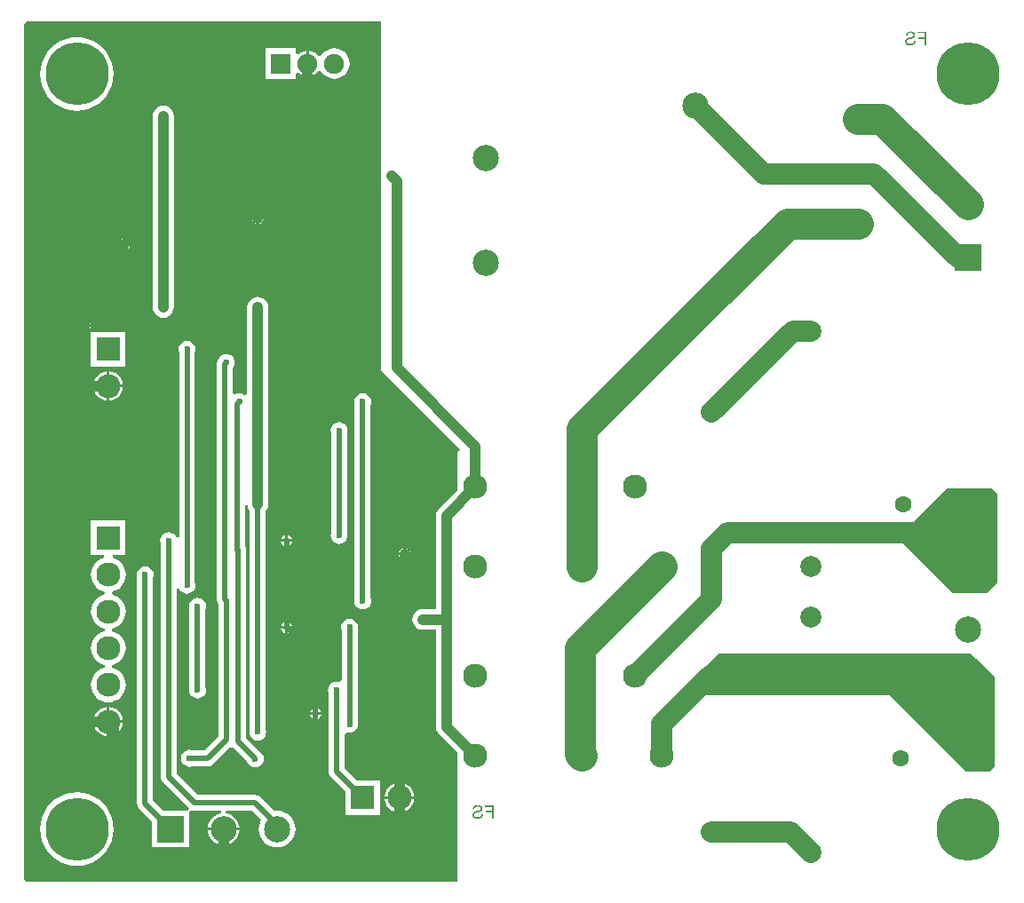
<source format=gbl>
G04 Layer_Physical_Order=2*
G04 Layer_Color=16711680*
%FSLAX44Y44*%
%MOMM*%
G71*
G01*
G75*
%ADD21C,2.0000*%
%ADD22C,1.0000*%
%ADD23C,0.5000*%
%ADD26C,2.0000*%
%ADD27C,1.6000*%
%ADD28C,1.9000*%
%ADD29R,2.3000X2.3000*%
%ADD30C,2.3000*%
%ADD31C,2.5000*%
%ADD32R,2.5000X2.5000*%
%ADD33R,2.5000X2.5000*%
%ADD34R,1.9000X1.9000*%
%ADD35C,6.0000*%
%ADD36R,2.3000X2.3000*%
%ADD37C,0.6000*%
%ADD38C,3.0000*%
G36*
X340000Y673155D02*
X339914Y672500D01*
X340000Y671845D01*
Y487500D01*
X415000Y412500D01*
X412500Y410000D01*
Y372964D01*
X395368Y355832D01*
X393765Y353743D01*
X392757Y351311D01*
X392414Y348700D01*
Y260086D01*
X380000D01*
X377389Y259743D01*
X374957Y258735D01*
X372868Y257132D01*
X371265Y255043D01*
X370257Y252610D01*
X369914Y250000D01*
X370257Y247390D01*
X371265Y244957D01*
X372868Y242868D01*
X374957Y241265D01*
X377389Y240257D01*
X380000Y239914D01*
X392414D01*
Y147500D01*
X392757Y144890D01*
X393765Y142457D01*
X395368Y140368D01*
X412500Y123236D01*
Y0D01*
X2500D01*
X0Y2500D01*
X-0Y817460D01*
X2540Y820000D01*
X340000D01*
Y673155D01*
D02*
G37*
G36*
X907500Y212500D02*
X925000Y195000D01*
Y125000D01*
Y115000D01*
X925000Y110000D01*
X920000Y105000D01*
X897500D01*
X855000Y147500D01*
X825000Y177500D01*
X647500D01*
X637500Y192500D01*
X662500Y217500D01*
X902500D01*
X907500Y212500D01*
D02*
G37*
G36*
X922500Y375000D02*
X927500Y370000D01*
Y290000D01*
Y285000D01*
X917500Y275000D01*
X885000D01*
X837500Y322500D01*
Y325000D01*
X847500Y342500D01*
Y342500D01*
X880000Y375000D01*
X922500D01*
Y375000D01*
D02*
G37*
G36*
X447500Y60000D02*
X445803D01*
Y65813D01*
X439795D01*
Y67315D01*
X445803D01*
Y71314D01*
X438859D01*
Y72816D01*
X447500D01*
Y60000D01*
D02*
G37*
G36*
X845214Y810511D02*
X845663Y810453D01*
X846053Y810394D01*
X846404Y810316D01*
X846677Y810219D01*
X846794Y810180D01*
X846891Y810160D01*
X846989Y810121D01*
X847048Y810102D01*
X847067Y810082D01*
X847086D01*
X847457Y809907D01*
X847789Y809692D01*
X848062Y809478D01*
X848277Y809283D01*
X848452Y809087D01*
X848589Y808931D01*
X848667Y808834D01*
X848686Y808814D01*
Y808795D01*
X848862Y808483D01*
X848998Y808151D01*
X849096Y807859D01*
X849154Y807566D01*
X849193Y807332D01*
X849232Y807156D01*
Y807078D01*
Y807020D01*
Y807000D01*
Y806981D01*
X849213Y806668D01*
X849154Y806356D01*
X849096Y806083D01*
X848998Y805849D01*
X848920Y805654D01*
X848862Y805518D01*
X848803Y805420D01*
X848784Y805381D01*
X848589Y805127D01*
X848374Y804893D01*
X848159Y804698D01*
X847925Y804523D01*
X847730Y804386D01*
X847574Y804289D01*
X847457Y804211D01*
X847438Y804191D01*
X847418D01*
X847282Y804113D01*
X847106Y804055D01*
X846735Y803918D01*
X846326Y803782D01*
X845916Y803645D01*
X845546Y803547D01*
X845389Y803508D01*
X845253Y803469D01*
X845136Y803430D01*
X845038Y803411D01*
X844980Y803391D01*
X844960D01*
X844648Y803313D01*
X844355Y803235D01*
X844082Y803177D01*
X843848Y803118D01*
X843653Y803060D01*
X843458Y803001D01*
X843302Y802962D01*
X843146Y802923D01*
X843029Y802884D01*
X842932Y802845D01*
X842775Y802806D01*
X842697Y802787D01*
X842678Y802767D01*
X842405Y802650D01*
X842151Y802514D01*
X841956Y802396D01*
X841800Y802279D01*
X841683Y802162D01*
X841585Y802084D01*
X841546Y802026D01*
X841527Y802006D01*
X841410Y801831D01*
X841332Y801655D01*
X841254Y801480D01*
X841215Y801304D01*
X841195Y801168D01*
X841176Y801050D01*
Y800972D01*
Y800953D01*
X841195Y800738D01*
X841234Y800543D01*
X841293Y800348D01*
X841351Y800192D01*
X841429Y800056D01*
X841488Y799958D01*
X841527Y799880D01*
X841546Y799861D01*
X841702Y799685D01*
X841878Y799529D01*
X842054Y799392D01*
X842249Y799275D01*
X842405Y799178D01*
X842541Y799119D01*
X842619Y799080D01*
X842658Y799061D01*
X842951Y798963D01*
X843244Y798905D01*
X843517Y798846D01*
X843790Y798827D01*
X844004Y798807D01*
X844200Y798788D01*
X844355D01*
X844746Y798807D01*
X845116Y798846D01*
X845467Y798905D01*
X845741Y798983D01*
X845994Y799041D01*
X846170Y799100D01*
X846287Y799139D01*
X846306Y799158D01*
X846326D01*
X846618Y799314D01*
X846891Y799470D01*
X847106Y799646D01*
X847282Y799802D01*
X847438Y799939D01*
X847535Y800056D01*
X847594Y800134D01*
X847613Y800153D01*
X847750Y800407D01*
X847867Y800660D01*
X847945Y800933D01*
X848023Y801187D01*
X848062Y801421D01*
X848101Y801597D01*
X848120Y801714D01*
Y801733D01*
Y801753D01*
X849720Y801616D01*
X849681Y801148D01*
X849603Y800719D01*
X849486Y800309D01*
X849369Y799978D01*
X849252Y799685D01*
X849193Y799568D01*
X849135Y799470D01*
X849096Y799392D01*
X849057Y799334D01*
X849037Y799314D01*
Y799295D01*
X848764Y798944D01*
X848452Y798632D01*
X848159Y798378D01*
X847847Y798163D01*
X847594Y797988D01*
X847379Y797871D01*
X847301Y797832D01*
X847243Y797793D01*
X847204Y797773D01*
X847184D01*
X846716Y797617D01*
X846228Y797500D01*
X845741Y797403D01*
X845292Y797344D01*
X845077Y797325D01*
X844882Y797305D01*
X844707D01*
X844570Y797286D01*
X844277D01*
X843770Y797305D01*
X843322Y797364D01*
X842893Y797442D01*
X842541Y797539D01*
X842229Y797617D01*
X842112Y797656D01*
X842015Y797695D01*
X841937Y797734D01*
X841878Y797754D01*
X841839Y797773D01*
X841820D01*
X841429Y797988D01*
X841078Y798202D01*
X840786Y798437D01*
X840552Y798671D01*
X840357Y798866D01*
X840239Y799022D01*
X840142Y799139D01*
X840122Y799178D01*
X839927Y799509D01*
X839791Y799861D01*
X839674Y800192D01*
X839615Y800485D01*
X839576Y800738D01*
X839537Y800933D01*
Y801012D01*
Y801070D01*
Y801089D01*
Y801109D01*
X839557Y801480D01*
X839615Y801831D01*
X839713Y802143D01*
X839810Y802396D01*
X839908Y802631D01*
X840005Y802787D01*
X840064Y802884D01*
X840083Y802923D01*
X840298Y803196D01*
X840552Y803450D01*
X840825Y803684D01*
X841098Y803879D01*
X841351Y804016D01*
X841546Y804133D01*
X841625Y804172D01*
X841664Y804211D01*
X841702Y804230D01*
X841722D01*
X841878Y804289D01*
X842073Y804367D01*
X842268Y804445D01*
X842502Y804503D01*
X842971Y804640D01*
X843439Y804776D01*
X843868Y804874D01*
X844063Y804932D01*
X844239Y804971D01*
X844375Y805010D01*
X844473Y805030D01*
X844551Y805049D01*
X844570D01*
X844941Y805147D01*
X845272Y805225D01*
X845565Y805303D01*
X845838Y805401D01*
X846072Y805479D01*
X846267Y805537D01*
X846443Y805615D01*
X846599Y805693D01*
X846735Y805752D01*
X846852Y805791D01*
X846930Y805849D01*
X846989Y805888D01*
X847086Y805947D01*
X847106Y805966D01*
X847262Y806142D01*
X847379Y806317D01*
X847477Y806513D01*
X847535Y806688D01*
X847574Y806844D01*
X847594Y806981D01*
Y807059D01*
Y807098D01*
X847555Y807390D01*
X847477Y807644D01*
X847379Y807878D01*
X847243Y808073D01*
X847125Y808249D01*
X847009Y808366D01*
X846930Y808444D01*
X846911Y808463D01*
X846774Y808561D01*
X846618Y808658D01*
X846267Y808795D01*
X845897Y808892D01*
X845526Y808951D01*
X845194Y809009D01*
X845038D01*
X844921Y809029D01*
X844668D01*
X844141Y809009D01*
X843692Y808931D01*
X843302Y808834D01*
X842990Y808717D01*
X842756Y808600D01*
X842580Y808502D01*
X842483Y808424D01*
X842444Y808405D01*
X842190Y808151D01*
X841976Y807859D01*
X841820Y807566D01*
X841702Y807273D01*
X841625Y807000D01*
X841585Y806786D01*
X841566Y806708D01*
X841546Y806649D01*
Y806610D01*
Y806590D01*
X839927Y806708D01*
X839966Y807117D01*
X840044Y807488D01*
X840162Y807839D01*
X840278Y808132D01*
X840376Y808366D01*
X840474Y808561D01*
X840552Y808678D01*
X840571Y808717D01*
X840805Y809029D01*
X841078Y809302D01*
X841351Y809536D01*
X841625Y809731D01*
X841878Y809868D01*
X842073Y809985D01*
X842151Y810024D01*
X842210Y810043D01*
X842229Y810063D01*
X842249D01*
X842658Y810219D01*
X843087Y810336D01*
X843517Y810414D01*
X843907Y810472D01*
X844239Y810511D01*
X844375D01*
X844512Y810531D01*
X844746D01*
X845214Y810511D01*
D02*
G37*
G36*
X860000Y797500D02*
X858303D01*
Y803313D01*
X852295D01*
Y804815D01*
X858303D01*
Y808814D01*
X851359D01*
Y810316D01*
X860000D01*
Y797500D01*
D02*
G37*
G36*
X432714Y73011D02*
X433162Y72953D01*
X433553Y72894D01*
X433904Y72816D01*
X434177Y72719D01*
X434294Y72680D01*
X434391Y72660D01*
X434489Y72621D01*
X434548Y72602D01*
X434567Y72582D01*
X434586D01*
X434957Y72407D01*
X435289Y72192D01*
X435562Y71978D01*
X435776Y71782D01*
X435952Y71587D01*
X436089Y71431D01*
X436167Y71334D01*
X436186Y71314D01*
Y71295D01*
X436362Y70983D01*
X436498Y70651D01*
X436596Y70359D01*
X436654Y70066D01*
X436693Y69832D01*
X436732Y69656D01*
Y69578D01*
Y69520D01*
Y69500D01*
Y69481D01*
X436713Y69169D01*
X436654Y68856D01*
X436596Y68583D01*
X436498Y68349D01*
X436420Y68154D01*
X436362Y68018D01*
X436303Y67920D01*
X436284Y67881D01*
X436089Y67628D01*
X435874Y67393D01*
X435659Y67198D01*
X435425Y67023D01*
X435230Y66886D01*
X435074Y66789D01*
X434957Y66711D01*
X434938Y66691D01*
X434918D01*
X434782Y66613D01*
X434606Y66555D01*
X434235Y66418D01*
X433826Y66281D01*
X433416Y66145D01*
X433045Y66047D01*
X432889Y66008D01*
X432753Y65969D01*
X432636Y65930D01*
X432538Y65911D01*
X432480Y65891D01*
X432460D01*
X432148Y65813D01*
X431856Y65735D01*
X431582Y65677D01*
X431348Y65618D01*
X431153Y65560D01*
X430958Y65501D01*
X430802Y65462D01*
X430646Y65423D01*
X430529Y65384D01*
X430432Y65345D01*
X430275Y65306D01*
X430197Y65287D01*
X430178Y65267D01*
X429905Y65150D01*
X429651Y65013D01*
X429456Y64896D01*
X429300Y64779D01*
X429183Y64662D01*
X429086Y64584D01*
X429047Y64526D01*
X429027Y64506D01*
X428910Y64331D01*
X428832Y64155D01*
X428754Y63980D01*
X428715Y63804D01*
X428695Y63667D01*
X428676Y63551D01*
Y63472D01*
Y63453D01*
X428695Y63238D01*
X428734Y63043D01*
X428793Y62848D01*
X428851Y62692D01*
X428929Y62556D01*
X428988Y62458D01*
X429027Y62380D01*
X429047Y62361D01*
X429202Y62185D01*
X429378Y62029D01*
X429554Y61892D01*
X429749Y61775D01*
X429905Y61678D01*
X430041Y61619D01*
X430119Y61580D01*
X430158Y61561D01*
X430451Y61463D01*
X430744Y61405D01*
X431017Y61346D01*
X431290Y61327D01*
X431504Y61307D01*
X431699Y61288D01*
X431856D01*
X432246Y61307D01*
X432616Y61346D01*
X432967Y61405D01*
X433241Y61483D01*
X433494Y61541D01*
X433670Y61600D01*
X433787Y61639D01*
X433806Y61658D01*
X433826D01*
X434118Y61814D01*
X434391Y61970D01*
X434606Y62146D01*
X434782Y62302D01*
X434938Y62439D01*
X435035Y62556D01*
X435094Y62634D01*
X435113Y62653D01*
X435250Y62907D01*
X435367Y63160D01*
X435445Y63433D01*
X435523Y63687D01*
X435562Y63921D01*
X435601Y64097D01*
X435620Y64214D01*
Y64233D01*
Y64253D01*
X437220Y64116D01*
X437181Y63648D01*
X437103Y63219D01*
X436986Y62809D01*
X436869Y62478D01*
X436752Y62185D01*
X436693Y62068D01*
X436635Y61970D01*
X436596Y61892D01*
X436557Y61834D01*
X436537Y61814D01*
Y61795D01*
X436264Y61444D01*
X435952Y61132D01*
X435659Y60878D01*
X435347Y60663D01*
X435094Y60488D01*
X434879Y60371D01*
X434801Y60332D01*
X434743Y60293D01*
X434704Y60273D01*
X434684D01*
X434216Y60117D01*
X433728Y60000D01*
X433241Y59903D01*
X432792Y59844D01*
X432577Y59825D01*
X432382Y59805D01*
X432207D01*
X432070Y59786D01*
X431777D01*
X431270Y59805D01*
X430822Y59864D01*
X430392Y59942D01*
X430041Y60039D01*
X429729Y60117D01*
X429612Y60156D01*
X429515Y60195D01*
X429437Y60234D01*
X429378Y60254D01*
X429339Y60273D01*
X429320D01*
X428929Y60488D01*
X428578Y60702D01*
X428286Y60936D01*
X428052Y61171D01*
X427856Y61366D01*
X427739Y61522D01*
X427642Y61639D01*
X427622Y61678D01*
X427427Y62009D01*
X427291Y62361D01*
X427174Y62692D01*
X427115Y62985D01*
X427076Y63238D01*
X427037Y63433D01*
Y63512D01*
Y63570D01*
Y63590D01*
Y63609D01*
X427057Y63980D01*
X427115Y64331D01*
X427213Y64643D01*
X427310Y64896D01*
X427408Y65131D01*
X427505Y65287D01*
X427564Y65384D01*
X427583Y65423D01*
X427798Y65696D01*
X428052Y65950D01*
X428325Y66184D01*
X428598Y66379D01*
X428851Y66516D01*
X429047Y66633D01*
X429124Y66672D01*
X429164Y66711D01*
X429202Y66730D01*
X429222D01*
X429378Y66789D01*
X429573Y66867D01*
X429768Y66945D01*
X430002Y67003D01*
X430471Y67140D01*
X430939Y67276D01*
X431368Y67374D01*
X431563Y67432D01*
X431739Y67471D01*
X431875Y67510D01*
X431973Y67530D01*
X432051Y67549D01*
X432070D01*
X432441Y67647D01*
X432772Y67725D01*
X433065Y67803D01*
X433338Y67901D01*
X433572Y67979D01*
X433767Y68037D01*
X433943Y68115D01*
X434099Y68193D01*
X434235Y68252D01*
X434352Y68291D01*
X434430Y68349D01*
X434489Y68388D01*
X434586Y68447D01*
X434606Y68466D01*
X434762Y68642D01*
X434879Y68817D01*
X434977Y69012D01*
X435035Y69188D01*
X435074Y69344D01*
X435094Y69481D01*
Y69559D01*
Y69598D01*
X435055Y69890D01*
X434977Y70144D01*
X434879Y70378D01*
X434743Y70573D01*
X434626Y70749D01*
X434509Y70866D01*
X434430Y70944D01*
X434411Y70963D01*
X434274Y71061D01*
X434118Y71158D01*
X433767Y71295D01*
X433397Y71392D01*
X433026Y71451D01*
X432694Y71509D01*
X432538D01*
X432421Y71529D01*
X432168D01*
X431641Y71509D01*
X431192Y71431D01*
X430802Y71334D01*
X430490Y71217D01*
X430256Y71100D01*
X430080Y71002D01*
X429983Y70924D01*
X429944Y70905D01*
X429690Y70651D01*
X429476Y70359D01*
X429320Y70066D01*
X429202Y69773D01*
X429124Y69500D01*
X429086Y69286D01*
X429066Y69208D01*
X429047Y69149D01*
Y69110D01*
Y69090D01*
X427427Y69208D01*
X427466Y69617D01*
X427544Y69988D01*
X427662Y70339D01*
X427779Y70632D01*
X427876Y70866D01*
X427974Y71061D01*
X428052Y71178D01*
X428071Y71217D01*
X428305Y71529D01*
X428578Y71802D01*
X428851Y72036D01*
X429124Y72231D01*
X429378Y72368D01*
X429573Y72485D01*
X429651Y72524D01*
X429710Y72543D01*
X429729Y72563D01*
X429749D01*
X430158Y72719D01*
X430588Y72836D01*
X431017Y72914D01*
X431407Y72972D01*
X431739Y73011D01*
X431875D01*
X432012Y73031D01*
X432246D01*
X432714Y73011D01*
D02*
G37*
%LPC*%
G36*
X165000Y270569D02*
X162911Y270294D01*
X160965Y269488D01*
X159294Y268206D01*
X158012Y266535D01*
X157206Y264588D01*
X156931Y262500D01*
X157206Y260412D01*
X157435Y259858D01*
Y185142D01*
X157206Y184588D01*
X156931Y182500D01*
X157206Y180412D01*
X158012Y178465D01*
X159294Y176794D01*
X160965Y175512D01*
X162911Y174706D01*
X165000Y174431D01*
X167088Y174706D01*
X169035Y175512D01*
X170706Y176794D01*
X171988Y178465D01*
X172794Y180412D01*
X173069Y182500D01*
X172794Y184588D01*
X172565Y185142D01*
Y259858D01*
X172794Y260412D01*
X173069Y262500D01*
X172794Y264588D01*
X171988Y266535D01*
X170706Y268206D01*
X169035Y269488D01*
X167088Y270294D01*
X165000Y270569D01*
D02*
G37*
G36*
X310000Y250569D02*
X307912Y250294D01*
X305965Y249488D01*
X304294Y248206D01*
X303012Y246535D01*
X302206Y244588D01*
X301931Y242500D01*
X302206Y240412D01*
X302435Y239858D01*
Y191864D01*
X299895Y190167D01*
X299588Y190294D01*
X297500Y190569D01*
X295412Y190294D01*
X293465Y189488D01*
X291794Y188206D01*
X290512Y186535D01*
X289706Y184588D01*
X289431Y182500D01*
X289706Y180412D01*
X289935Y179858D01*
Y105000D01*
X290193Y103042D01*
X290949Y101218D01*
X292151Y99651D01*
X306000Y85802D01*
Y63500D01*
X339000D01*
Y96500D01*
X316698D01*
X305065Y108134D01*
Y140636D01*
X307605Y142333D01*
X307912Y142206D01*
X310000Y141931D01*
X312088Y142206D01*
X314035Y143012D01*
X315706Y144294D01*
X316988Y145965D01*
X317794Y147912D01*
X318069Y150000D01*
X317794Y152088D01*
X317565Y152642D01*
Y239858D01*
X317794Y240412D01*
X318069Y242500D01*
X317794Y244588D01*
X316988Y246535D01*
X315706Y248206D01*
X314035Y249488D01*
X312088Y250294D01*
X310000Y250569D01*
D02*
G37*
G36*
X276230Y165396D02*
X275338Y165219D01*
X273506Y163994D01*
X272281Y162162D01*
X272104Y161270D01*
X276230D01*
Y165396D01*
D02*
G37*
G36*
X278770D02*
Y161270D01*
X282896D01*
X282719Y162162D01*
X281494Y163994D01*
X279662Y165219D01*
X278770Y165396D01*
D02*
G37*
G36*
X96500Y344000D02*
X63500D01*
Y311000D01*
X75391D01*
X75768Y308460D01*
X73655Y307819D01*
X70789Y306287D01*
X68276Y304225D01*
X66214Y301712D01*
X64682Y298846D01*
X63739Y295736D01*
X63420Y292501D01*
X63739Y289267D01*
X64682Y286156D01*
X66214Y283290D01*
X68276Y280777D01*
X70789Y278715D01*
X73655Y277183D01*
X76765Y276240D01*
Y273761D01*
X73655Y272818D01*
X70789Y271285D01*
X68276Y269224D01*
X66214Y266711D01*
X64682Y263845D01*
X63739Y260735D01*
X63420Y257500D01*
X63739Y254265D01*
X64682Y251155D01*
X66214Y248289D01*
X68276Y245776D01*
X70789Y243714D01*
X73655Y242182D01*
X76765Y241239D01*
Y238762D01*
X73655Y237819D01*
X70789Y236287D01*
X68276Y234225D01*
X66214Y231712D01*
X64682Y228846D01*
X63739Y225736D01*
X63420Y222501D01*
X63739Y219267D01*
X64682Y216156D01*
X66214Y213290D01*
X68276Y210778D01*
X70789Y208716D01*
X73655Y207183D01*
X76765Y206240D01*
Y203762D01*
X73655Y202818D01*
X70789Y201286D01*
X68276Y199224D01*
X66214Y196712D01*
X64682Y193845D01*
X63739Y190735D01*
X63420Y187500D01*
X63739Y184266D01*
X64682Y181156D01*
X66214Y178289D01*
X68276Y175777D01*
X70789Y173715D01*
X73655Y172183D01*
X76765Y171239D01*
X80000Y170921D01*
X83235Y171239D01*
X86345Y172183D01*
X89211Y173715D01*
X91724Y175777D01*
X93785Y178289D01*
X95318Y181156D01*
X96261Y184266D01*
X96580Y187500D01*
X96261Y190735D01*
X95318Y193845D01*
X93785Y196712D01*
X91724Y199224D01*
X89211Y201286D01*
X86345Y202818D01*
X83235Y203762D01*
Y206240D01*
X86345Y207183D01*
X89211Y208716D01*
X91724Y210778D01*
X93785Y213290D01*
X95318Y216156D01*
X96261Y219267D01*
X96580Y222501D01*
X96261Y225736D01*
X95318Y228846D01*
X93785Y231712D01*
X91724Y234225D01*
X89211Y236287D01*
X86345Y237819D01*
X83235Y238762D01*
Y241239D01*
X86345Y242182D01*
X89211Y243714D01*
X91724Y245776D01*
X93785Y248289D01*
X95318Y251155D01*
X96261Y254265D01*
X96580Y257500D01*
X96261Y260735D01*
X95318Y263845D01*
X93785Y266711D01*
X91724Y269224D01*
X89211Y271285D01*
X86345Y272818D01*
X83235Y273761D01*
Y276240D01*
X86345Y277183D01*
X89211Y278715D01*
X91724Y280777D01*
X93785Y283290D01*
X95318Y286156D01*
X96261Y289267D01*
X96580Y292501D01*
X96261Y295736D01*
X95318Y298846D01*
X93785Y301712D01*
X91724Y304225D01*
X89211Y306287D01*
X86345Y307819D01*
X84232Y308460D01*
X84609Y311000D01*
X96500D01*
Y344000D01*
D02*
G37*
G36*
X251270Y247896D02*
Y243770D01*
X255396D01*
X255219Y244662D01*
X253994Y246494D01*
X252162Y247719D01*
X251270Y247896D01*
D02*
G37*
G36*
X322500Y465569D02*
X320412Y465294D01*
X318465Y464488D01*
X316794Y463206D01*
X315512Y461535D01*
X314706Y459588D01*
X314431Y457500D01*
X314706Y455412D01*
X314935Y454858D01*
Y270142D01*
X314706Y269588D01*
X314431Y267500D01*
X314706Y265412D01*
X315512Y263465D01*
X316794Y261794D01*
X318465Y260512D01*
X320412Y259706D01*
X322500Y259431D01*
X324588Y259706D01*
X326535Y260512D01*
X328206Y261794D01*
X329488Y263465D01*
X330294Y265412D01*
X330569Y267500D01*
X330294Y269588D01*
X330065Y270142D01*
Y454858D01*
X330294Y455412D01*
X330569Y457500D01*
X330294Y459588D01*
X329488Y461535D01*
X328206Y463206D01*
X326535Y464488D01*
X324588Y465294D01*
X322500Y465569D01*
D02*
G37*
G36*
X361230Y311230D02*
X357104D01*
X357281Y310338D01*
X358506Y308506D01*
X360338Y307281D01*
X361230Y307104D01*
Y311230D01*
D02*
G37*
G36*
X248730Y241230D02*
X244604D01*
X244781Y240338D01*
X246006Y238506D01*
X247838Y237281D01*
X248730Y237104D01*
Y241230D01*
D02*
G37*
G36*
X255396D02*
X251270D01*
Y237104D01*
X252162Y237281D01*
X253994Y238506D01*
X255219Y240338D01*
X255396Y241230D01*
D02*
G37*
G36*
X248730Y247896D02*
X247838Y247719D01*
X246006Y246494D01*
X244781Y244662D01*
X244604Y243770D01*
X248730D01*
Y247896D01*
D02*
G37*
G36*
X282896Y158730D02*
X278770D01*
Y154604D01*
X279662Y154782D01*
X281494Y156006D01*
X282719Y157838D01*
X282896Y158730D01*
D02*
G37*
G36*
X356230Y78730D02*
X343506D01*
X343821Y76335D01*
X345236Y72920D01*
X347486Y69987D01*
X350419Y67736D01*
X353835Y66322D01*
X356230Y66006D01*
Y78730D01*
D02*
G37*
G36*
X371494D02*
X358770D01*
Y66006D01*
X361165Y66322D01*
X364581Y67736D01*
X367513Y69987D01*
X369764Y72920D01*
X371179Y76335D01*
X371494Y78730D01*
D02*
G37*
G36*
X356230Y93994D02*
X353835Y93679D01*
X350419Y92264D01*
X347486Y90014D01*
X345236Y87081D01*
X343821Y83665D01*
X343506Y81270D01*
X356230D01*
Y93994D01*
D02*
G37*
G36*
X50000Y85108D02*
X44508Y84676D01*
X39151Y83390D01*
X34061Y81282D01*
X29364Y78403D01*
X25175Y74825D01*
X21597Y70636D01*
X18718Y65939D01*
X16610Y60849D01*
X15324Y55492D01*
X14892Y50000D01*
X15324Y44508D01*
X16610Y39151D01*
X18718Y34061D01*
X21597Y29364D01*
X25175Y25175D01*
X29364Y21597D01*
X34061Y18719D01*
X39151Y16610D01*
X44508Y15324D01*
X50000Y14892D01*
X55492Y15324D01*
X60849Y16610D01*
X65939Y18719D01*
X70636Y21597D01*
X74825Y25175D01*
X78403Y29364D01*
X81282Y34061D01*
X83390Y39151D01*
X84676Y44508D01*
X85108Y50000D01*
X84676Y55492D01*
X83390Y60849D01*
X81282Y65939D01*
X78403Y70636D01*
X74825Y74825D01*
X70636Y78403D01*
X65939Y81282D01*
X60849Y83390D01*
X55492Y84676D01*
X50000Y85108D01*
D02*
G37*
G36*
X188730Y48730D02*
X175012D01*
X175178Y47052D01*
X176038Y44217D01*
X177434Y41604D01*
X179314Y39314D01*
X181604Y37434D01*
X184217Y36038D01*
X187052Y35178D01*
X188730Y35013D01*
Y48730D01*
D02*
G37*
G36*
X204988D02*
X191270D01*
Y35013D01*
X192948Y35178D01*
X195783Y36038D01*
X198396Y37434D01*
X200686Y39314D01*
X202566Y41604D01*
X203962Y44217D01*
X204822Y47052D01*
X204988Y48730D01*
D02*
G37*
G36*
X78730Y166495D02*
X76335Y166179D01*
X72919Y164764D01*
X69987Y162514D01*
X67736Y159581D01*
X66321Y156166D01*
X66006Y153771D01*
X78730D01*
Y166495D01*
D02*
G37*
G36*
X81270D02*
Y153771D01*
X93994D01*
X93679Y156166D01*
X92264Y159581D01*
X90013Y162514D01*
X87080Y164764D01*
X83665Y166179D01*
X81270Y166495D01*
D02*
G37*
G36*
X276230Y158730D02*
X272104D01*
X272281Y157838D01*
X273506Y156006D01*
X275338Y154782D01*
X276230Y154604D01*
Y158730D01*
D02*
G37*
G36*
X358770Y93994D02*
Y81270D01*
X371494D01*
X371179Y83665D01*
X369764Y87081D01*
X367513Y90014D01*
X364581Y92264D01*
X361165Y93679D01*
X358770Y93994D01*
D02*
G37*
G36*
X78730Y151230D02*
X66006D01*
X66321Y148835D01*
X67736Y145420D01*
X69987Y142487D01*
X72919Y140237D01*
X76335Y138822D01*
X78730Y138507D01*
Y151230D01*
D02*
G37*
G36*
X93994D02*
X81270D01*
Y138507D01*
X83665Y138822D01*
X87080Y140237D01*
X90013Y142487D01*
X92264Y145420D01*
X93679Y148835D01*
X93994Y151230D01*
D02*
G37*
G36*
X93730Y606230D02*
X89604D01*
X89781Y605338D01*
X91006Y603506D01*
X92838Y602281D01*
X93730Y602104D01*
Y606230D01*
D02*
G37*
G36*
X100396D02*
X96270D01*
Y602104D01*
X97162Y602281D01*
X98994Y603506D01*
X100218Y605338D01*
X100396Y606230D01*
D02*
G37*
G36*
X93730Y612896D02*
X92838Y612719D01*
X91006Y611494D01*
X89781Y609662D01*
X89604Y608770D01*
X93730D01*
Y612896D01*
D02*
G37*
G36*
X132500Y740086D02*
X129889Y739743D01*
X127457Y738735D01*
X125368Y737132D01*
X123765Y735043D01*
X122757Y732610D01*
X122414Y730000D01*
Y547500D01*
X122757Y544889D01*
X123765Y542457D01*
X125368Y540368D01*
X127457Y538765D01*
X129889Y537757D01*
X132500Y537414D01*
X135111Y537757D01*
X137543Y538765D01*
X139632Y540368D01*
X141235Y542457D01*
X142243Y544889D01*
X142586Y547500D01*
Y730000D01*
X142243Y732610D01*
X141235Y735043D01*
X139632Y737132D01*
X137543Y738735D01*
X135111Y739743D01*
X132500Y740086D01*
D02*
G37*
G36*
X62896Y528730D02*
X58770D01*
Y524604D01*
X59662Y524781D01*
X61494Y526006D01*
X62719Y527838D01*
X62896Y528730D01*
D02*
G37*
G36*
X56230Y535396D02*
X55338Y535219D01*
X53506Y533994D01*
X52281Y532162D01*
X52104Y531270D01*
X56230D01*
Y535396D01*
D02*
G37*
G36*
X58770D02*
Y531270D01*
X62896D01*
X62719Y532162D01*
X61494Y533994D01*
X59662Y535219D01*
X58770Y535396D01*
D02*
G37*
G36*
X96270Y612896D02*
Y608770D01*
X100396D01*
X100218Y609662D01*
X98994Y611494D01*
X97162Y612719D01*
X96270Y612896D01*
D02*
G37*
G36*
X50000Y805108D02*
X44508Y804676D01*
X39151Y803390D01*
X34061Y801282D01*
X29364Y798403D01*
X25175Y794825D01*
X21597Y790636D01*
X18718Y785939D01*
X16610Y780849D01*
X15324Y775492D01*
X14892Y770000D01*
X15324Y764508D01*
X16610Y759151D01*
X18718Y754061D01*
X21597Y749364D01*
X25175Y745175D01*
X29364Y741597D01*
X34061Y738718D01*
X39151Y736610D01*
X44508Y735324D01*
X50000Y734892D01*
X55492Y735324D01*
X60849Y736610D01*
X65939Y738718D01*
X70636Y741597D01*
X74825Y745175D01*
X78403Y749364D01*
X81282Y754061D01*
X83390Y759151D01*
X84676Y764508D01*
X85108Y770000D01*
X84676Y775492D01*
X83390Y780849D01*
X81282Y785939D01*
X78403Y790636D01*
X74825Y794825D01*
X70636Y798403D01*
X65939Y801282D01*
X60849Y803390D01*
X55492Y804676D01*
X50000Y805108D01*
D02*
G37*
G36*
X259100Y794500D02*
X230100D01*
Y765500D01*
X259100D01*
Y770255D01*
X260677Y771044D01*
X261640Y771239D01*
X263928Y769483D01*
X266857Y768270D01*
X268730Y768024D01*
Y780000D01*
Y791977D01*
X266857Y791730D01*
X263928Y790517D01*
X261640Y788761D01*
X260677Y788956D01*
X259100Y789745D01*
Y794500D01*
D02*
G37*
G36*
X295400Y794625D02*
X291615Y794127D01*
X288088Y792666D01*
X285058Y790342D01*
X282734Y787313D01*
X282661Y787136D01*
X279838Y786957D01*
X278587Y788587D01*
X276072Y790517D01*
X273143Y791730D01*
X271270Y791977D01*
Y780000D01*
Y768024D01*
X273143Y768270D01*
X276072Y769483D01*
X278587Y771413D01*
X279838Y773043D01*
X282661Y772864D01*
X282734Y772688D01*
X285058Y769659D01*
X288088Y767334D01*
X291615Y765873D01*
X295400Y765375D01*
X299185Y765873D01*
X302713Y767334D01*
X305742Y769659D01*
X308066Y772688D01*
X309527Y776215D01*
X310025Y780000D01*
X309527Y783785D01*
X308066Y787313D01*
X305742Y790342D01*
X302713Y792666D01*
X299185Y794127D01*
X295400Y794625D01*
D02*
G37*
G36*
X223770Y637896D02*
Y633770D01*
X227896D01*
X227719Y634662D01*
X226494Y636494D01*
X224662Y637719D01*
X223770Y637896D01*
D02*
G37*
G36*
X221230Y631230D02*
X217104D01*
X217281Y630338D01*
X218506Y628506D01*
X220338Y627281D01*
X221230Y627104D01*
Y631230D01*
D02*
G37*
G36*
X227896D02*
X223770D01*
Y627104D01*
X224662Y627281D01*
X226494Y628506D01*
X227719Y630338D01*
X227896Y631230D01*
D02*
G37*
G36*
X221230Y637896D02*
X220338Y637719D01*
X218506Y636494D01*
X217281Y634662D01*
X217104Y633770D01*
X221230D01*
Y637896D01*
D02*
G37*
G36*
X56230Y528730D02*
X52104D01*
X52281Y527838D01*
X53506Y526006D01*
X55338Y524781D01*
X56230Y524604D01*
Y528730D01*
D02*
G37*
G36*
X255396Y323730D02*
X251270D01*
Y319604D01*
X252162Y319781D01*
X253994Y321006D01*
X255219Y322838D01*
X255396Y323730D01*
D02*
G37*
G36*
X300000Y438069D02*
X297912Y437794D01*
X295965Y436988D01*
X294294Y435706D01*
X293012Y434035D01*
X292206Y432088D01*
X291931Y430000D01*
X292206Y427912D01*
X292435Y427358D01*
Y332642D01*
X292206Y332088D01*
X291931Y330000D01*
X292206Y327912D01*
X293012Y325965D01*
X294294Y324294D01*
X295965Y323012D01*
X297912Y322206D01*
X300000Y321931D01*
X302088Y322206D01*
X304035Y323012D01*
X305706Y324294D01*
X306988Y325965D01*
X307794Y327912D01*
X308069Y330000D01*
X307794Y332088D01*
X307565Y332642D01*
Y427358D01*
X307794Y427912D01*
X308069Y430000D01*
X307794Y432088D01*
X306988Y434035D01*
X305706Y435706D01*
X304035Y436988D01*
X302088Y437794D01*
X300000Y438069D01*
D02*
G37*
G36*
X248730Y330396D02*
X247838Y330219D01*
X246006Y328994D01*
X244781Y327162D01*
X244604Y326270D01*
X248730D01*
Y330396D01*
D02*
G37*
G36*
Y323730D02*
X244604D01*
X244781Y322838D01*
X246006Y321006D01*
X247838Y319781D01*
X248730Y319604D01*
Y323730D01*
D02*
G37*
G36*
X367896Y311230D02*
X363770D01*
Y307104D01*
X364662Y307281D01*
X366494Y308506D01*
X367719Y310338D01*
X367896Y311230D01*
D02*
G37*
G36*
X361230Y317896D02*
X360338Y317719D01*
X358506Y316494D01*
X357281Y314662D01*
X357104Y313770D01*
X361230D01*
Y317896D01*
D02*
G37*
G36*
X363770D02*
Y313770D01*
X367896D01*
X367719Y314662D01*
X366494Y316494D01*
X364662Y317719D01*
X363770Y317896D01*
D02*
G37*
G36*
X251270Y330396D02*
Y326270D01*
X255396D01*
X255219Y327162D01*
X253994Y328994D01*
X252162Y330219D01*
X251270Y330396D01*
D02*
G37*
G36*
X78730Y486494D02*
X76335Y486179D01*
X72919Y484764D01*
X69987Y482514D01*
X67736Y479581D01*
X66321Y476165D01*
X66006Y473770D01*
X78730D01*
Y486494D01*
D02*
G37*
G36*
X81270D02*
Y473770D01*
X93994D01*
X93679Y476165D01*
X92264Y479581D01*
X90013Y482514D01*
X87080Y484764D01*
X83665Y486179D01*
X81270Y486494D01*
D02*
G37*
G36*
X96500Y524000D02*
X63500D01*
Y491000D01*
X96500D01*
Y524000D01*
D02*
G37*
G36*
X222500Y557586D02*
X219890Y557243D01*
X217457Y556235D01*
X215368Y554632D01*
X213765Y552543D01*
X212757Y550111D01*
X212414Y547500D01*
Y464940D01*
X209874Y463844D01*
X209035Y464488D01*
X207088Y465294D01*
X205000Y465569D01*
X202911Y465294D01*
X201215Y464591D01*
X200237Y464947D01*
X198675Y465932D01*
Y489906D01*
X199488Y490965D01*
X200294Y492912D01*
X200569Y495000D01*
X200294Y497088D01*
X199488Y499035D01*
X198206Y500706D01*
X196535Y501988D01*
X194588Y502794D01*
X192500Y503069D01*
X190411Y502794D01*
X188465Y501988D01*
X186794Y500706D01*
X185512Y499035D01*
X185152Y498166D01*
X184559Y497392D01*
X183803Y495568D01*
X183545Y493610D01*
Y268890D01*
X183803Y266932D01*
X184559Y265108D01*
X184935Y264617D01*
Y138133D01*
X171866Y125065D01*
X160142D01*
X159588Y125294D01*
X157500Y125569D01*
X155412Y125294D01*
X153465Y124488D01*
X151794Y123206D01*
X150512Y121535D01*
X149706Y119588D01*
X149431Y117500D01*
X149706Y115412D01*
X150512Y113465D01*
X151794Y111794D01*
X153465Y110512D01*
X155412Y109706D01*
X157500Y109431D01*
X159588Y109706D01*
X160142Y109935D01*
X175000D01*
X176958Y110193D01*
X178782Y110949D01*
X180349Y112151D01*
X196135Y127937D01*
X199296Y127506D01*
X212430Y114372D01*
X213012Y112967D01*
X214294Y111296D01*
X215965Y110014D01*
X217911Y109208D01*
X220000Y108933D01*
X222088Y109208D01*
X224035Y110014D01*
X225706Y111296D01*
X226988Y112967D01*
X227794Y114913D01*
X228069Y117002D01*
X227794Y119090D01*
X226988Y121036D01*
X225706Y122707D01*
X224782Y123416D01*
X211455Y136743D01*
Y316110D01*
X211197Y318068D01*
X210441Y319892D01*
X210065Y320383D01*
Y358383D01*
X212605Y358550D01*
X212757Y357389D01*
X213765Y354957D01*
X214935Y353432D01*
Y145142D01*
X214706Y144588D01*
X214431Y142500D01*
X214706Y140412D01*
X215512Y138465D01*
X216794Y136794D01*
X218465Y135512D01*
X220412Y134706D01*
X222500Y134431D01*
X224588Y134706D01*
X226535Y135512D01*
X228206Y136794D01*
X229488Y138465D01*
X230294Y140412D01*
X230569Y142500D01*
X230294Y144588D01*
X230065Y145142D01*
Y353432D01*
X231235Y354957D01*
X232243Y357389D01*
X232586Y360000D01*
Y547500D01*
X232243Y550111D01*
X231235Y552543D01*
X229632Y554632D01*
X227543Y556235D01*
X225110Y557243D01*
X222500Y557586D01*
D02*
G37*
G36*
X155000Y515569D02*
X152912Y515294D01*
X150965Y514488D01*
X149294Y513206D01*
X148012Y511535D01*
X147206Y509588D01*
X146931Y507500D01*
X147206Y505412D01*
X147435Y504858D01*
Y328556D01*
X144895Y328051D01*
X144488Y329035D01*
X143206Y330706D01*
X141535Y331988D01*
X139588Y332794D01*
X137500Y333069D01*
X135412Y332794D01*
X133465Y331988D01*
X131794Y330706D01*
X130512Y329035D01*
X129706Y327088D01*
X129431Y325000D01*
X129706Y322912D01*
X129935Y322358D01*
Y100000D01*
X130193Y98042D01*
X130949Y96218D01*
X132151Y94651D01*
X156805Y69996D01*
X156468Y68579D01*
X155781Y67500D01*
X154452Y67500D01*
X132398D01*
X122565Y77333D01*
Y289858D01*
X122794Y290412D01*
X123069Y292500D01*
X122794Y294588D01*
X121988Y296535D01*
X120706Y298206D01*
X119035Y299488D01*
X117088Y300294D01*
X115000Y300569D01*
X112912Y300294D01*
X110965Y299488D01*
X109294Y298206D01*
X108012Y296535D01*
X107206Y294588D01*
X106931Y292500D01*
X107206Y290412D01*
X107435Y289858D01*
Y74200D01*
X107693Y72242D01*
X108449Y70418D01*
X109651Y68851D01*
X121700Y56802D01*
Y32500D01*
X156700D01*
Y65278D01*
X156700Y66795D01*
X158106Y67947D01*
X158874Y68384D01*
X160542Y67693D01*
X162500Y67435D01*
X162500Y67435D01*
X187666D01*
X187791Y64895D01*
X187052Y64823D01*
X184217Y63962D01*
X181604Y62566D01*
X179314Y60686D01*
X177434Y58396D01*
X176038Y55784D01*
X175178Y52948D01*
X175012Y51270D01*
X204988D01*
X204822Y52948D01*
X203962Y55784D01*
X202566Y58396D01*
X200686Y60686D01*
X198396Y62566D01*
X195783Y63962D01*
X192948Y64823D01*
X192209Y64895D01*
X192334Y67435D01*
X216867D01*
X225605Y58697D01*
X224554Y56729D01*
X223553Y53431D01*
X223215Y50000D01*
X223553Y46569D01*
X224554Y43271D01*
X226179Y40231D01*
X228366Y37566D01*
X231030Y35379D01*
X234071Y33754D01*
X237369Y32753D01*
X240800Y32415D01*
X244231Y32753D01*
X247529Y33754D01*
X250569Y35379D01*
X253234Y37566D01*
X255421Y40231D01*
X257046Y43271D01*
X258047Y46569D01*
X258385Y50000D01*
X258047Y53431D01*
X257046Y56729D01*
X255421Y59770D01*
X253234Y62434D01*
X250569Y64621D01*
X247529Y66246D01*
X244231Y67247D01*
X240800Y67585D01*
X238354Y67344D01*
X225349Y80349D01*
X223782Y81551D01*
X221958Y82307D01*
X220000Y82565D01*
X165633D01*
X145065Y103133D01*
Y278944D01*
X147605Y279449D01*
X148012Y278465D01*
X149294Y276794D01*
X150965Y275512D01*
X152912Y274706D01*
X155000Y274431D01*
X157088Y274706D01*
X159035Y275512D01*
X160706Y276794D01*
X161988Y278465D01*
X162794Y280412D01*
X163069Y282500D01*
X162794Y284588D01*
X162565Y285142D01*
Y504858D01*
X162794Y505412D01*
X163069Y507500D01*
X162794Y509588D01*
X161988Y511535D01*
X160706Y513206D01*
X159035Y514488D01*
X157088Y515294D01*
X155000Y515569D01*
D02*
G37*
G36*
X78730Y471230D02*
X66006D01*
X66321Y468835D01*
X67736Y465420D01*
X69987Y462487D01*
X72919Y460236D01*
X76335Y458822D01*
X78730Y458506D01*
Y471230D01*
D02*
G37*
G36*
X93994D02*
X81270D01*
Y458506D01*
X83665Y458822D01*
X87080Y460236D01*
X90013Y462487D01*
X92264Y465420D01*
X93679Y468835D01*
X93994Y471230D01*
D02*
G37*
%LPD*%
D21*
X810000Y675000D02*
X890400Y594600D01*
X705000Y675000D02*
X810000D01*
X640000Y740000D02*
X705000Y675000D01*
X900000Y127500D02*
X910000Y117500D01*
X900000Y127500D02*
Y189200D01*
X890400Y594600D02*
X900000D01*
X655000Y47500D02*
X730000D01*
X750000Y27500D01*
X607800Y120000D02*
Y150300D01*
X655000Y197500D01*
X727500D01*
X735800Y189200D01*
X900000D01*
X582400Y196200D02*
X655000Y268800D01*
Y297500D01*
Y317500D01*
X670000Y332500D01*
X858300D01*
X900000Y290800D01*
X655000Y447500D02*
X732500Y525000D01*
X750000D01*
X858300Y332500D02*
X885800Y360000D01*
X912500D01*
D22*
X222500Y632500D02*
Y702500D01*
X270000Y750000D01*
Y780000D01*
X357500Y80000D02*
Y117500D01*
X362500Y122500D01*
Y312500D01*
X277500Y22500D02*
X345000D01*
X190000D02*
X277500D01*
X345000D02*
X357500Y35000D01*
X190000Y22500D02*
Y50000D01*
X100000Y22500D02*
X190000D01*
X357500Y35000D02*
Y80000D01*
X95000Y27500D02*
X100000Y22500D01*
X95000Y27500D02*
Y130000D01*
X85000Y140000D02*
X95000Y130000D01*
X85000Y140000D02*
Y152500D01*
X57500Y157500D02*
Y480000D01*
Y157500D02*
X62500Y152500D01*
X85000D01*
X57500Y530000D02*
Y570000D01*
Y480000D02*
Y530000D01*
X65000Y472500D02*
X85000D01*
X57500Y480000D02*
X65000Y472500D01*
X57500Y570000D02*
X95000Y607500D01*
X222500Y360000D02*
Y547500D01*
X132500D02*
Y730000D01*
X430000Y376200D02*
Y415000D01*
X355000Y490000D02*
X430000Y415000D01*
X355000Y490000D02*
Y667500D01*
X350000Y672500D02*
X355000Y667500D01*
X402500Y147500D02*
X430000Y120000D01*
X402500Y348700D02*
X430000Y376200D01*
X380000Y250000D02*
X402500D01*
Y147500D02*
Y250000D01*
Y348700D01*
D23*
X250000Y242500D02*
Y325000D01*
Y242500D02*
X277500Y215000D01*
Y160000D02*
Y215000D01*
Y22500D02*
Y160000D01*
X222500Y142500D02*
Y360000D01*
X155000Y282500D02*
Y507500D01*
X300000Y330000D02*
Y430000D01*
X322500Y267500D02*
Y457500D01*
X202500Y455000D02*
X205000Y457500D01*
X202500Y317500D02*
Y455000D01*
X191110Y268890D02*
X192500Y267500D01*
X191110Y493610D02*
X192500Y495000D01*
X191110Y268890D02*
Y493610D01*
X202500Y317500D02*
X203890Y316110D01*
Y133610D02*
Y316110D01*
Y133610D02*
X220000Y117500D01*
Y117002D02*
Y117500D01*
X192500Y135000D02*
Y267500D01*
X175000Y117500D02*
X192500Y135000D01*
X157500Y117500D02*
X175000D01*
X310000Y150000D02*
Y242500D01*
X165000Y182500D02*
Y262500D01*
X297500Y105000D02*
Y182500D01*
Y105000D02*
X322500Y80000D01*
X139200Y50000D02*
X140000Y50800D01*
X115000Y74200D02*
Y292500D01*
Y74200D02*
X139200Y50000D01*
X137500Y100000D02*
Y325000D01*
Y100000D02*
X162500Y75000D01*
X220000D01*
X240800Y54200D01*
Y50000D02*
Y54200D01*
D26*
X655000Y297500D02*
D03*
Y447500D02*
D03*
X750000Y525000D02*
D03*
Y300000D02*
D03*
Y27500D02*
D03*
Y252500D02*
D03*
X655000Y197500D02*
D03*
Y47500D02*
D03*
D27*
X912500Y360000D02*
D03*
X837500D02*
D03*
X910000Y117500D02*
D03*
X835000D02*
D03*
D28*
X795000Y727500D02*
D03*
Y627500D02*
D03*
X295400Y780000D02*
D03*
X270000D02*
D03*
D29*
X322500Y80000D02*
D03*
D30*
X357500D02*
D03*
X430000Y300000D02*
D03*
X582400Y376200D02*
D03*
X607800Y300000D02*
D03*
X531600D02*
D03*
X430000Y376200D02*
D03*
Y120000D02*
D03*
X582400Y196200D02*
D03*
X607800Y120000D02*
D03*
X531600D02*
D03*
X430000Y196200D02*
D03*
X80000Y472500D02*
D03*
Y152500D02*
D03*
Y187500D02*
D03*
Y292501D02*
D03*
Y257500D02*
D03*
Y222501D02*
D03*
D31*
X900000Y290800D02*
D03*
Y240000D02*
D03*
X900000Y645400D02*
D03*
X240800Y50000D02*
D03*
X190000D02*
D03*
X640000Y540000D02*
D03*
Y740000D02*
D03*
X440000Y690000D02*
D03*
Y590000D02*
D03*
D32*
X900000Y189200D02*
D03*
X900000Y594600D02*
D03*
D33*
X139200Y50000D02*
D03*
D34*
X244600Y780000D02*
D03*
D35*
X50000Y770000D02*
D03*
X900000D02*
D03*
X50000Y50000D02*
D03*
X900000D02*
D03*
D36*
X80000Y507500D02*
D03*
Y327500D02*
D03*
D37*
X380000Y250000D02*
D03*
X222500Y632500D02*
D03*
X362500Y312500D02*
D03*
X250000Y325000D02*
D03*
Y242500D02*
D03*
X277500Y160000D02*
D03*
X57500Y530000D02*
D03*
X95000Y607500D02*
D03*
X222500Y360000D02*
D03*
Y547500D02*
D03*
Y142500D02*
D03*
X132500Y547500D02*
D03*
Y730000D02*
D03*
X155000Y507500D02*
D03*
Y282500D02*
D03*
X192500Y495000D02*
D03*
Y267500D02*
D03*
X300000Y430000D02*
D03*
Y330000D02*
D03*
X322500Y457500D02*
D03*
Y267500D02*
D03*
X205000Y457500D02*
D03*
X202500Y317500D02*
D03*
X220000Y117002D02*
D03*
X157500Y117500D02*
D03*
X310000Y242500D02*
D03*
Y150000D02*
D03*
X165000Y262500D02*
D03*
Y182500D02*
D03*
X297500D02*
D03*
X115000Y292500D02*
D03*
X137500Y325000D02*
D03*
X350000Y672500D02*
D03*
X46000Y120000D02*
D03*
X71000Y170000D02*
D03*
X46000Y220000D02*
D03*
Y320000D02*
D03*
X71000Y370000D02*
D03*
X46000Y420000D02*
D03*
Y520000D02*
D03*
X71000Y570000D02*
D03*
X46000Y620000D02*
D03*
X71000Y670000D02*
D03*
X46000Y720000D02*
D03*
X96000Y20000D02*
D03*
Y120000D02*
D03*
X121000Y370000D02*
D03*
X96000Y420000D02*
D03*
X121000Y470000D02*
D03*
X96000Y620000D02*
D03*
Y720000D02*
D03*
X146000Y20000D02*
D03*
X171000Y170000D02*
D03*
Y370000D02*
D03*
Y470000D02*
D03*
X146000Y520000D02*
D03*
X171000Y570000D02*
D03*
X146000Y720000D02*
D03*
X171000Y770000D02*
D03*
X196000Y20000D02*
D03*
Y520000D02*
D03*
X221000Y570000D02*
D03*
X196000Y720000D02*
D03*
X221000Y770000D02*
D03*
X246000Y20000D02*
D03*
X271000Y70000D02*
D03*
Y170000D02*
D03*
Y370000D02*
D03*
X246000Y420000D02*
D03*
Y520000D02*
D03*
X271000Y570000D02*
D03*
X246000Y720000D02*
D03*
X296000Y20000D02*
D03*
X321000Y170000D02*
D03*
Y470000D02*
D03*
Y570000D02*
D03*
X296000Y620000D02*
D03*
Y720000D02*
D03*
X321000Y770000D02*
D03*
X346000Y20000D02*
D03*
X371000Y70000D02*
D03*
X346000Y120000D02*
D03*
X371000Y270000D02*
D03*
Y370000D02*
D03*
X346000Y420000D02*
D03*
D38*
X727500Y627500D02*
X795000D01*
X640000Y540000D02*
X727500Y627500D01*
X531600Y300000D02*
Y431600D01*
X640000Y540000D01*
X795000Y727500D02*
X817900D01*
X900000Y645400D01*
X530000Y222200D02*
X607800Y300000D01*
X530000Y121600D02*
Y222200D01*
Y121600D02*
X531600Y120000D01*
M02*

</source>
